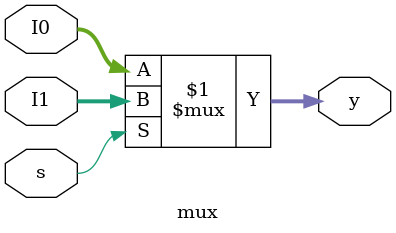
<source format=sv>
`timescale 1ns / 1ps


module mux(
input logic [31:0] I0,I1,
input logic s,
output logic [31:0] y
    );
    assign y=(s)?I1:I0;
endmodule


</source>
